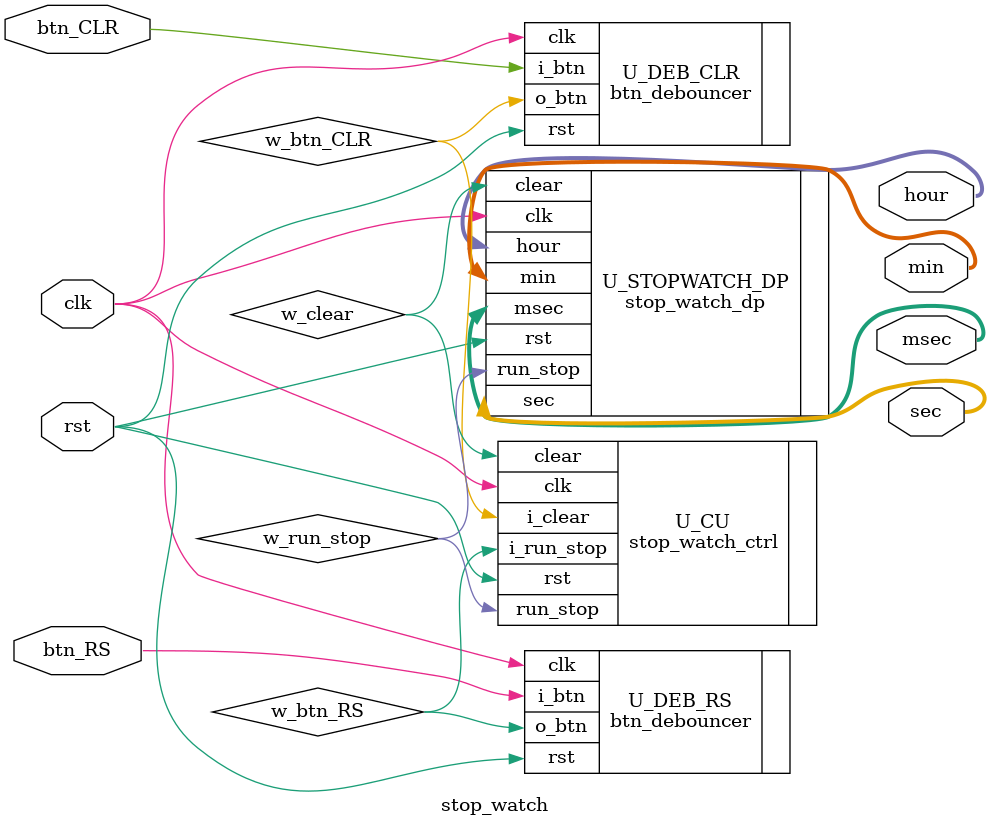
<source format=v>
`timescale 1ns / 1ps


module stop_watch (
    input clk,
    input rst,
    input btn_RS,
    input btn_CLR,

    output [6:0] msec,
    output [5:0] sec,
    output [5:0] min,
    output [4:0] hour
);

    wire [6:0] w_otime_msec;
    wire [5:0] w_otime_sec;
    wire [5:0] w_otime_min;
    wire [4:0] w_otime_hour;
    wire w_run_stop, w_clear;
    wire w_btn_RS, w_btn_CLR;


    // step_pulse_gen U_BTN_RS (
    //     .clk(clk),
    //     .rst(rst),
    //     .btn(btn_RS),
    //     .step_pulse(w_btn_RS)
    // );

    // step_pulse_gen U_BTN_CLR (
    //     .clk(clk),
    //     .rst(rst),
    //     .btn(btn_CLR),
    //     .step_pulse(w_btn_CLR)
    // );

    btn_debouncer U_DEB_RS (
        .clk  (clk),
        .rst  (rst),
        .i_btn(btn_RS),

        .o_btn(w_btn_RS)
    );

    btn_debouncer U_DEB_CLR (
        .clk  (clk),
        .rst  (rst),
        .i_btn(btn_CLR),

        .o_btn(w_btn_CLR)
    );

    stop_watch_ctrl U_CU (
        .clk(clk),
        .rst(rst),
        .i_run_stop(w_btn_RS),
        .i_clear(w_btn_CLR),

        .run_stop(w_run_stop),
        .clear(w_clear)
    );

    stop_watch_dp U_STOPWATCH_DP (
        .clk(clk),
        .rst(rst),
        .run_stop(w_run_stop),
        .clear(w_clear),

        .msec(msec),
        .sec (sec),
        .min (min),
        .hour(hour)
    );


endmodule

</source>
